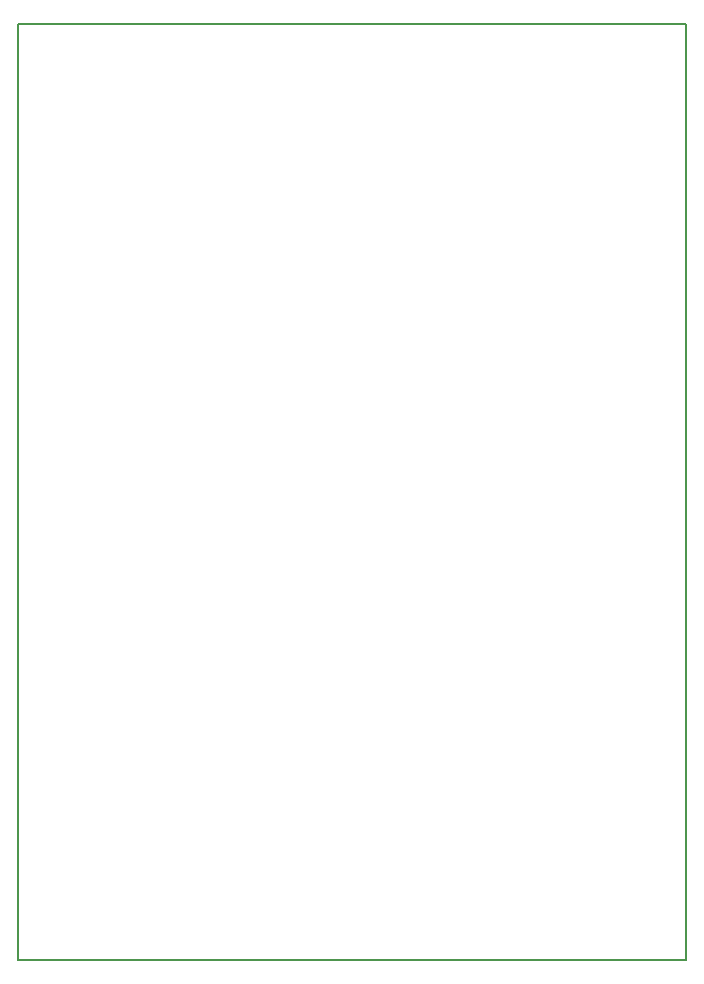
<source format=gbr>
G04 #@! TF.GenerationSoftware,KiCad,Pcbnew,5.0.2-bee76a0~70~ubuntu18.04.1*
G04 #@! TF.CreationDate,2019-10-10T22:37:19-05:00*
G04 #@! TF.ProjectId,nvmeter,6e766d65-7465-4722-9e6b-696361645f70,rev?*
G04 #@! TF.SameCoordinates,Original*
G04 #@! TF.FileFunction,Profile,NP*
%FSLAX46Y46*%
G04 Gerber Fmt 4.6, Leading zero omitted, Abs format (unit mm)*
G04 Created by KiCad (PCBNEW 5.0.2-bee76a0~70~ubuntu18.04.1) date Thu 10 Oct 2019 10:37:19 PM CDT*
%MOMM*%
%LPD*%
G01*
G04 APERTURE LIST*
%ADD10C,0.150000*%
G04 APERTURE END LIST*
D10*
X74214047Y-18950197D02*
X74214047Y-98150197D01*
X17614047Y-98150197D02*
X74214047Y-98150197D01*
X17614047Y-18950197D02*
X17614047Y-98150197D01*
X17614047Y-18950197D02*
X74214047Y-18950197D01*
M02*

</source>
